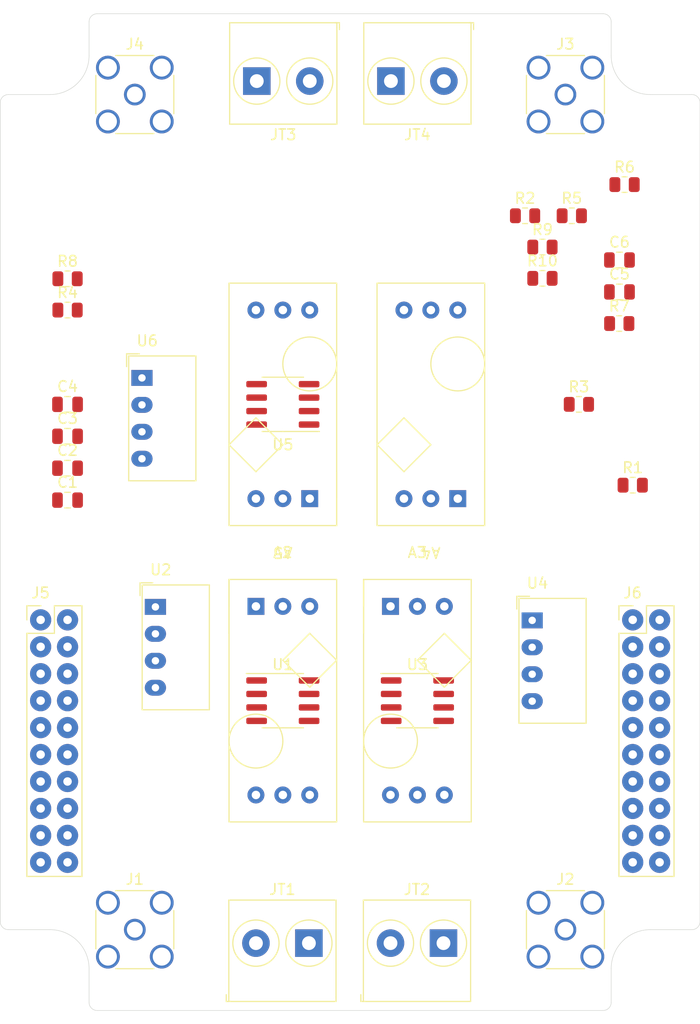
<source format=kicad_pcb>
(kicad_pcb (version 20211014) (generator pcbnew)
  (layers (0 "F.Cu" signal) (31 "B.Cu" signal) (34 "B.Paste" user) (35 "F.Paste" user) (36 "B.SilkS" user "B.Silkscreen") (37 "F.SilkS" user "F.Silkscreen") (38 "B.Mask" user) (39 "F.Mask" user) (44 "Edge.Cuts" user))
  (net 0 "")
  (net 1 "/SCL_1")
  (net 2 "/SDA_1")
  (net 3 "GND_ISO_1")
  (net 4 "+5V_ISO_1")
  (net 5 "Net-(A2-Pad5)")
  (net 6 "Net-(A2-Pad6)")
  (net 7 "/SCL_2")
  (net 8 "/SDA_2")
  (net 9 "GND_ISO_2")
  (net 10 "+5V_ISO_2")
  (net 11 "Net-(A3-Pad5)")
  (net 12 "Net-(A3-Pad6)")
  (net 13 "/SCL_3")
  (net 14 "/SDA_3")
  (net 15 "GND_ISO_3")
  (net 16 "+5V_ISO_3")
  (net 17 "Net-(A4-Pad5)")
  (net 18 "Net-(A4-Pad6)")
  (net 19 "Net-(A5-Pad5)")
  (net 20 "Net-(A5-Pad6)")
  (net 21 "GND")
  (net 22 "+5V")
  (net 48 "/SDA")
  (net 52 "/SCL")
  (footprint "Resistor_SMD:R_0805_2012Metric" (layer "F.Cu") (at 137.16 106.68)
    (fp_text reference "R3" (at 0 -1.65) (layer "F.SilkS"))
    (fp_text value "4.7k")
    (fp_line (start -0.227064 -0.735) (end 0.227064 -0.735) (layer "F.SilkS") (width 0.12))
    (fp_line (start -0.227064 0.735) (end 0.227064 0.735) (layer "F.SilkS") (width 0.12))
    (pad "1" smd roundrect (at -0.9125 0) (size 1.025 1.4) (layers "F.Cu" "F.Paste" "F.Mask") (roundrect_rratio 0.243902) (net 1 "/SCL_1"))
    (pad "2" smd roundrect (at 0.9125 0) (size 1.025 1.4) (layers "F.Cu" "F.Paste" "F.Mask") (roundrect_rratio 0.243902) (net 4 "+5V_ISO_1"))
  )
  (footprint "Resistor_SMD:R_0805_2012Metric" (layer "F.Cu") (at 140.97 99.06)
    (fp_text reference "R7" (at 0 -1.65) (layer "F.SilkS"))
    (fp_text value "4.7k")
    (fp_line (start -0.227064 0.735) (end 0.227064 0.735) (layer "F.SilkS") (width 0.12))
    (fp_line (start -0.227064 -0.735) (end 0.227064 -0.735) (layer "F.SilkS") (width 0.12))
    (pad "1" smd roundrect (at -0.9125 0) (size 1.025 1.4) (layers "F.Cu" "F.Paste" "F.Mask") (roundrect_rratio 0.243902) (net 7 "/SCL_2"))
    (pad "2" smd roundrect (at 0.9125 0) (size 1.025 1.4) (layers "F.Cu" "F.Paste" "F.Mask") (roundrect_rratio 0.243902) (net 10 "+5V_ISO_2"))
  )
  (footprint "Resistor_SMD:R_0805_2012Metric" (layer "F.Cu") (at 132.08 88.9)
    (fp_text reference "R2" (at 0 -1.65) (layer "F.SilkS"))
    (fp_text value "4.7k")
    (fp_line (start -0.227064 -0.735) (end 0.227064 -0.735) (layer "F.SilkS") (width 0.12))
    (fp_line (start -0.227064 0.735) (end 0.227064 0.735) (layer "F.SilkS") (width 0.12))
    (pad "1" smd roundrect (at -0.9125 0) (size 1.025 1.4) (layers "F.Cu" "F.Paste" "F.Mask") (roundrect_rratio 0.243902) (net 52 "/SCL"))
    (pad "2" smd roundrect (at 0.9125 0) (size 1.025 1.4) (layers "F.Cu" "F.Paste" "F.Mask") (roundrect_rratio 0.243902) (net 22 "+5V"))
  )
  (footprint "toolbox-mayfly:AtlasScientific_EZO" (layer "F.Cu") (at 121.92 125.73)
    (fp_text reference "A3" (at 0 -5.08 unlocked) (layer "F.SilkS"))
    (fp_text value "AtlasScientific_EZO")
    (fp_line (start 5.08 5.08) (end 2.54 2.54) (layer "F.SilkS") (width 0.12))
    (fp_line (start 0 5.08) (end 2.54 7.62) (layer "F.SilkS") (width 0.12))
    (fp_line (start 2.54 2.54) (end 0 5.08) (layer "F.SilkS") (width 0.12))
    (fp_line (start -5.08 -2.54) (end -5.08 2.54) (layer "F.SilkS") (width 0.12))
    (fp_line (start -5.08 -2.54) (end -5.08 0) (layer "F.SilkS") (width 0.12))
    (fp_line (start 2.54 7.62) (end 5.08 5.08) (layer "F.SilkS") (width 0.12))
    (fp_rect (start -5.08 -2.54) (end 5.08 20.32) (layer "F.SilkS") (width 0.12) (fill none))
    (fp_circle (center -2.54 12.7) (end 0 12.7) (layer "F.SilkS") (width 0.12) (fill none))
    (pad "1" thru_hole circle (at 2.54 0) (size 1.6 1.6) (drill 0.8) (layers *.Cu *.Mask) (net 7 "/SCL_2"))
    (pad "2" thru_hole circle (at 0 0) (size 1.6 1.6) (drill 0.8) (layers *.Cu *.Mask) (net 8 "/SDA_2"))
    (pad "3" thru_hole rect (at -2.54 0) (size 1.6 1.6) (drill 0.8) (layers *.Cu *.Mask) (net 9 "GND_ISO_2"))
    (pad "4" thru_hole circle (at -2.54 17.78) (size 1.6 1.6) (drill 0.8) (layers *.Cu *.Mask) (net 10 "+5V_ISO_2"))
    (pad "5" thru_hole circle (at 0 17.78) (size 1.6 1.6) (drill 0.8) (layers *.Cu *.Mask) (net 11 "Net-(A3-Pad5)"))
    (pad "6" thru_hole circle (at 2.54 17.78) (size 1.6 1.6) (drill 0.8) (layers *.Cu *.Mask) (net 12 "Net-(A3-Pad6)"))
  )
  (footprint "Package_SO:SOIC-8_3.9x4.9mm_P1.27mm" (layer "F.Cu") (at 109.22 106.68 180)
    (fp_text reference "U5" (at 0 -3.81) (layer "F.SilkS"))
    (fp_text value "ISO1540")
    (fp_line (start 0 -2.56) (end -3.45 -2.56) (layer "F.SilkS") (width 0.12))
    (fp_line (start 0 -2.56) (end 1.95 -2.56) (layer "F.SilkS") (width 0.12))
    (fp_line (start 0 2.56) (end -1.95 2.56) (layer "F.SilkS") (width 0.12))
    (fp_line (start 0 2.56) (end 1.95 2.56) (layer "F.SilkS") (width 0.12))
    (pad "1" smd roundrect (at -2.475 -1.905 180) (size 1.95 0.6) (layers "F.Cu" "F.Paste" "F.Mask") (net 22 "+5V"))
    (pad "2" smd roundrect (at -2.475 -0.635 180) (size 1.95 0.6) (layers "F.Cu" "F.Paste" "F.Mask") (net 48 "/SDA"))
    (pad "3" smd roundrect (at -2.475 0.635 180) (size 1.95 0.6) (layers "F.Cu" "F.Paste" "F.Mask") (net 52 "/SCL"))
    (pad "4" smd roundrect (at -2.475 1.905 180) (size 1.95 0.6) (layers "F.Cu" "F.Paste" "F.Mask") (net 21 "GND"))
    (pad "5" smd roundrect (at 2.475 1.905 180) (size 1.95 0.6) (layers "F.Cu" "F.Paste" "F.Mask") (net 15 "GND_ISO_3"))
    (pad "6" smd roundrect (at 2.475 0.635 180) (size 1.95 0.6) (layers "F.Cu" "F.Paste" "F.Mask") (net 13 "/SCL_3"))
    (pad "7" smd roundrect (at 2.475 -0.635 180) (size 1.95 0.6) (layers "F.Cu" "F.Paste" "F.Mask") (net 14 "/SDA_3"))
    (pad "8" smd roundrect (at 2.475 -1.905 180) (size 1.95 0.6) (layers "F.Cu" "F.Paste" "F.Mask") (net 16 "+5V_ISO_3"))
  )
  (footprint "toolbox-connector:SMA_Vertical" (layer "F.Cu") (at 95.25 77.47)
    (fp_text reference "J4" (at 0 -4.75) (layer "F.SilkS"))
    (fp_text value "Conn_Coaxial")
    (fp_line (start -1.8 -3.68) (end 1.8 -3.68) (layer "F.SilkS") (width 0.12))
    (fp_line (start -1.8 3.68) (end 1.8 3.68) (layer "F.SilkS") (width 0.12))
    (fp_line (start 3.68 -1.8) (end 3.68 1.8) (layer "F.SilkS") (width 0.12))
    (fp_line (start -3.68 -1.8) (end -3.68 1.8) (layer "F.SilkS") (width 0.12))
    (pad "1" thru_hole circle (at 0 0) (size 2.05 2.05) (drill 1.5) (layers *.Cu *.Mask) (net 19 "Net-(A5-Pad5)"))
    (pad "2" thru_hole circle (at -2.54 -2.54) (size 2.25 2.25) (drill 1.7) (layers *.Cu *.Mask) (net 20 "Net-(A5-Pad6)"))
    (pad "2" thru_hole circle (at 2.54 -2.54) (size 2.25 2.25) (drill 1.7) (layers *.Cu *.Mask) (net 20 "Net-(A5-Pad6)"))
    (pad "2" thru_hole circle (at -2.54 2.54) (size 2.25 2.25) (drill 1.7) (layers *.Cu *.Mask) (net 20 "Net-(A5-Pad6)"))
    (pad "2" thru_hole circle (at 2.54 2.54) (size 2.25 2.25) (drill 1.7) (layers *.Cu *.Mask) (net 20 "Net-(A5-Pad6)"))
  )
  (footprint "Package_SO:SOIC-8_3.9x4.9mm_P1.27mm" (layer "F.Cu") (at 109.22 134.62)
    (fp_text reference "U1" (at 0 -3.4) (layer "F.SilkS"))
    (fp_text value "ISO1540")
    (fp_line (start 0 2.56) (end 1.95 2.56) (layer "F.SilkS") (width 0.12))
    (fp_line (start 0 -2.56) (end 1.95 -2.56) (layer "F.SilkS") (width 0.12))
    (fp_line (start 0 -2.56) (end -3.45 -2.56) (layer "F.SilkS") (width 0.12))
    (fp_line (start 0 2.56) (end -1.95 2.56) (layer "F.SilkS") (width 0.12))
    (pad "1" smd roundrect (at -2.475 -1.905) (size 1.95 0.6) (layers "F.Cu" "F.Paste" "F.Mask") (net 22 "+5V"))
    (pad "2" smd roundrect (at -2.475 -0.635) (size 1.95 0.6) (layers "F.Cu" "F.Paste" "F.Mask") (net 48 "/SDA"))
    (pad "3" smd roundrect (at -2.475 0.635) (size 1.95 0.6) (layers "F.Cu" "F.Paste" "F.Mask") (net 52 "/SCL"))
    (pad "4" smd roundrect (at -2.475 1.905) (size 1.95 0.6) (layers "F.Cu" "F.Paste" "F.Mask") (net 21 "GND"))
    (pad "5" smd roundrect (at 2.475 1.905) (size 1.95 0.6) (layers "F.Cu" "F.Paste" "F.Mask") (net 3 "GND_ISO_1"))
    (pad "6" smd roundrect (at 2.475 0.635) (size 1.95 0.6) (layers "F.Cu" "F.Paste" "F.Mask") (net 1 "/SCL_1"))
    (pad "7" smd roundrect (at 2.475 -0.635) (size 1.95 0.6) (layers "F.Cu" "F.Paste" "F.Mask") (net 2 "/SDA_1"))
    (pad "8" smd roundrect (at 2.475 -1.905) (size 1.95 0.6) (layers "F.Cu" "F.Paste" "F.Mask") (net 4 "+5V_ISO_1"))
  )
  (footprint "toolbox-connector:TerminalBlock_Phoenix_PT-1,5-2-5.0-H_1x02_P5.00mm_Vertical" (layer "F.Cu") (at 106.68 157.48)
    (fp_text reference "JT1" (at 2.5 -5.06) (layer "F.SilkS"))
    (fp_text value "Screw_Terminal_01x02")
    (fp_line (start 7.56 -4.06) (end 7.56 5.06) (layer "F.SilkS") (width 0.12))
    (fp_line (start 7.56 5.06) (end 7.56 5.5) (layer "F.SilkS") (width 0.12))
    (fp_line (start -2.8 5.5) (end -2.4 5.5) (layer "F.SilkS") (width 0.12))
    (fp_line (start -2.56 -4.06) (end -2.56 5.06) (layer "F.SilkS") (width 0.12))
    (fp_line (start -2.56 5.06) (end -2.56 5.5) (layer "F.SilkS") (width 0.12))
    (fp_line (start -2.56 5.5) (end 7.56 5.5) (layer "F.SilkS") (width 0.12))
    (fp_line (start -2.8 4.86) (end -2.8 5.5) (layer "F.SilkS") (width 0.12))
    (fp_line (start -2.56 -4.06) (end 7.56 -4.06) (layer "F.SilkS") (width 0.12))
    (fp_circle (center 0 0) (end 2.18 0) (layer "F.SilkS") (width 0.12) (fill none))
    (fp_circle (center 5 0) (end 7.18 0) (layer "F.SilkS") (width 0.12) (fill none))
    (pad "1" thru_hole circle (at 0 0) (size 2.6 2.6) (drill 1.3) (layers *.Cu *.Mask) (net 5 "Net-(A2-Pad5)"))
    (pad "2" thru_hole rect (at 5 0) (size 2.6 2.6) (drill 1.3) (layers *.Cu *.Mask) (net 6 "Net-(A2-Pad6)"))
  )
  (footprint "toolbox-connector:SMA_Vertical" (layer "F.Cu") (at 135.89 77.47)
    (fp_text reference "J3" (at 0 -4.75) (layer "F.SilkS"))
    (fp_text value "Conn_Coaxial")
    (fp_line (start -3.68 -1.8) (end -3.68 1.8) (layer "F.SilkS") (width 0.12))
    (fp_line (start 3.68 -1.8) (end 3.68 1.8) (layer "F.SilkS") (width 0.12))
    (fp_line (start -1.8 -3.68) (end 1.8 -3.68) (layer "F.SilkS") (width 0.12))
    (fp_line (start -1.8 3.68) (end 1.8 3.68) (layer "F.SilkS") (width 0.12))
    (pad "1" thru_hole circle (at 0 0) (size 2.05 2.05) (drill 1.5) (layers *.Cu *.Mask) (net 17 "Net-(A4-Pad5)"))
    (pad "2" thru_hole circle (at -2.54 2.54) (size 2.25 2.25) (drill 1.7) (layers *.Cu *.Mask) (net 18 "Net-(A4-Pad6)"))
    (pad "2" thru_hole circle (at 2.54 -2.54) (size 2.25 2.25) (drill 1.7) (layers *.Cu *.Mask) (net 18 "Net-(A4-Pad6)"))
    (pad "2" thru_hole circle (at -2.54 -2.54) (size 2.25 2.25) (drill 1.7) (layers *.Cu *.Mask) (net 18 "Net-(A4-Pad6)"))
    (pad "2" thru_hole circle (at 2.54 2.54) (size 2.25 2.25) (drill 1.7) (layers *.Cu *.Mask) (net 18 "Net-(A4-Pad6)"))
  )
  (footprint "toolbox-mayfly:AtlasScientific_EZO" (layer "F.Cu") (at 109.22 115.57 180)
    (fp_text reference "A5" (at 0 -5.08 180 unlocked) (layer "F.SilkS"))
    (fp_text value "AtlasScientific_EZO")
    (fp_line (start 5.08 5.08) (end 2.54 2.54) (layer "F.SilkS") (width 0.12))
    (fp_line (start 2.54 2.54) (end 0 5.08) (layer "F.SilkS") (width 0.12))
    (fp_line (start 2.54 7.62) (end 5.08 5.08) (layer "F.SilkS") (width 0.12))
    (fp_line (start 0 5.08) (end 2.54 7.62) (layer "F.SilkS") (width 0.12))
    (fp_line (start -5.08 -2.54) (end -5.08 0) (layer "F.SilkS") (width 0.12))
    (fp_line (start -5.08 -2.54) (end -5.08 2.54) (layer "F.SilkS") (width 0.12))
    (fp_rect (start -5.08 -2.54) (end 5.08 20.32) (layer "F.SilkS") (width 0.12) (fill none))
    (fp_circle (center -2.54 12.7) (end 0 12.7) (layer "F.SilkS") (width 0.12) (fill none))
    (pad "1" thru_hole circle (at 2.54 0 180) (size 1.6 1.6) (drill 0.8) (layers *.Cu *.Mask) (net 13 "/SCL_3"))
    (pad "2" thru_hole circle (at 0 0 180) (size 1.6 1.6) (drill 0.8) (layers *.Cu *.Mask) (net 14 "/SDA_3"))
    (pad "3" thru_hole rect (at -2.54 0 180) (size 1.6 1.6) (drill 0.8) (layers *.Cu *.Mask) (net 15 "GND_ISO_3"))
    (pad "4" thru_hole circle (at -2.54 17.78 180) (size 1.6 1.6) (drill 0.8) (layers *.Cu *.Mask) (net 16 "+5V_ISO_3"))
    (pad "5" thru_hole circle (at 0 17.78 180) (size 1.6 1.6) (drill 0.8) (layers *.Cu *.Mask) (net 19 "Net-(A5-Pad5)"))
    (pad "6" thru_hole circle (at 2.54 17.78 180) (size 1.6 1.6) (drill 0.8) (layers *.Cu *.Mask) (net 20 "Net-(A5-Pad6)"))
  )
  (footprint "Resistor_SMD:R_0805_2012Metric" (layer "F.Cu") (at 133.72 94.8)
    (fp_text reference "R10" (at 0 -1.65) (layer "F.SilkS"))
    (fp_text value "4.7k")
    (fp_line (start -0.227064 0.735) (end 0.227064 0.735) (layer "F.SilkS") (width 0.12))
    (fp_line (start -0.227064 -0.735) (end 0.227064 -0.735) (layer "F.SilkS") (width 0.12))
    (pad "1" smd roundrect (at -0.9125 0) (size 1.025 1.4) (layers "F.Cu" "F.Paste" "F.Mask") (roundrect_rratio 0.243902) (net 14 "/SDA_3"))
    (pad "2" smd roundrect (at 0.9125 0) (size 1.025 1.4) (layers "F.Cu" "F.Paste" "F.Mask") (roundrect_rratio 0.243902) (net 16 "+5V_ISO_3"))
  )
  (footprint "Capacitor_SMD:C_0805_2012Metric" (layer "F.Cu") (at 140.99 96.08)
    (fp_text reference "C5" (at 0 -1.68) (layer "F.SilkS"))
    (fp_text value "4.7u")
    (fp_line (start -0.261252 0.735) (end 0.261252 0.735) (layer "F.SilkS") (width 0.12))
    (fp_line (start -0.261252 -0.735) (end 0.261252 -0.735) (layer "F.SilkS") (width 0.12))
    (pad "1" smd roundrect (at -0.95 0) (size 1 1.45) (layers "F.Cu" "F.Paste" "F.Mask") (net 21 "GND"))
    (pad "2" smd roundrect (at 0.95 0) (size 1 1.45) (layers "F.Cu" "F.Paste" "F.Mask") (net 22 "+5V"))
  )
  (footprint "Capacitor_SMD:C_0805_2012Metric" (layer "F.Cu") (at 140.99 93.07)
    (fp_text reference "C6" (at 0 -1.68) (layer "F.SilkS"))
    (fp_text value "4.7u")
    (fp_line (start -0.261252 0.735) (end 0.261252 0.735) (layer "F.SilkS") (width 0.12))
    (fp_line (start -0.261252 -0.735) (end 0.261252 -0.735) (layer "F.SilkS") (width 0.12))
    (pad "1" smd roundrect (at -0.95 0) (size 1 1.45) (layers "F.Cu" "F.Paste" "F.Mask") (net 16 "+5V_ISO_3"))
    (pad "2" smd roundrect (at 0.95 0) (size 1 1.45) (layers "F.Cu" "F.Paste" "F.Mask") (net 15 "GND_ISO_3"))
  )
  (footprint "toolbox-mayfly:Mayfly_v1_Headers" (layer "F.Cu") (at 142.24 127)
    (fp_text reference "J6" (at 0 -2.54 unlocked) (layer "F.SilkS"))
    (fp_text value "Conn_02x10_Counter_Clockwise")
    (fp_line (start -1.3 24.19) (end 3.9 24.19) (layer "F.SilkS") (width 0.12))
    (fp_line (start -1.3 -1.33) (end 0.03 -1.33) (layer "F.SilkS") (width 0.12))
    (fp_line (start 1.3 -1.33) (end 3.9 -1.33) (layer "F.SilkS") (width 0.12))
    (fp_line (start -1.3 0) (end -1.3 -1.33) (layer "F.SilkS") (width 0.12))
    (fp_line (start 3.9 -1.33) (end 3.9 24.19) (layer "F.SilkS") (width 0.12))
    (fp_line (start 1.3 1.27) (end 1.3 -1.33) (layer "F.SilkS") (width 0.12))
    (fp_line (start -1.3 1.27) (end 1.3 1.27) (layer "F.SilkS") (width 0.12))
    (fp_line (start -1.3 1.27) (end -1.3 24.19) (layer "F.SilkS") (width 0.12))
    (pad "1" thru_hole circle (at 0 0) (size 2 2) (drill 0.8) (layers *.Cu *.Mask))
    (pad "2" thru_hole circle (at 0 2.54) (size 2 2) (drill 0.8) (layers *.Cu *.Mask))
    (pad "3" thru_hole circle (at 0 5.08) (size 2 2) (drill 0.8) (layers *.Cu *.Mask))
    (pad "4" thru_hole circle (at 0 7.62) (size 2 2) (drill 0.8) (layers *.Cu *.Mask))
    (pad "5" thru_hole circle (at 0 10.16) (size 2 2) (drill 0.8) (layers *.Cu *.Mask))
    (pad "6" thru_hole circle (at 0 12.7) (size 2 2) (drill 0.8) (layers *.Cu *.Mask))
    (pad "7" thru_hole circle (at 0 15.24) (size 2 2) (drill 0.8) (layers *.Cu *.Mask))
    (pad "8" thru_hole circle (at 0 17.78) (size 2 2) (drill 0.8) (layers *.Cu *.Mask) (net 48 "/SDA"))
    (pad "9" thru_hole circle (at 0 20.32) (size 2 2) (drill 0.8) (layers *.Cu *.Mask))
    (pad "10" thru_hole circle (at 0 22.86) (size 2 2) (drill 0.8) (layers *.Cu *.Mask))
    (pad "11" thru_hole circle (at 2.54 22.86) (size 2 2) (drill 0.8) (layers *.Cu *.Mask) (net 22 "+5V"))
    (pad "12" thru_hole circle (at 2.54 20.32) (size 2 2) (drill 0.8) (layers *.Cu *.Mask))
    (pad "13" thru_hole circle (at 2.54 17.78) (size 2 2) (drill 0.8) (layers *.Cu *.Mask) (net 52 "/SCL"))
    (pad "14" thru_hole circle (at 2.54 15.24) (size 2 2) (drill 0.8) (layers *.Cu *.Mask))
    (pad "15" thru_hole circle (at 2.54 12.7) (size 2 2) (drill 0.8) (layers *.Cu *.Mask))
    (pad "16" thru_hole circle (at 2.54 10.16) (size 2 2) (drill 0.8) (layers *.Cu *.Mask))
    (pad "17" thru_hole circle (at 2.54 7.62) (size 2 2) (drill 0.8) (layers *.Cu *.Mask))
    (pad "18" thru_hole circle (at 2.54 5.08) (size 2 2) (drill 0.8) (layers *.Cu *.Mask))
    (pad "19" thru_hole circle (at 2.54 2.54) (size 2 2) (drill 0.8) (layers *.Cu *.Mask))
    (pad "20" thru_hole circle (at 2.54 0) (size 2 2) (drill 0.8) (layers *.Cu *.Mask) (net 21 "GND"))
  )
  (footprint "Capacitor_SMD:C_0805_2012Metric" (layer "F.Cu") (at 88.9 112.7)
    (fp_text reference "C2" (at 0 -1.68) (layer "F.SilkS"))
    (fp_text value "4.7u")
    (fp_line (start -0.261252 0.735) (end 0.261252 0.735) (layer "F.SilkS") (width 0.12))
    (fp_line (start -0.261252 -0.735) (end 0.261252 -0.735) (layer "F.SilkS") (width 0.12))
    (pad "1" smd roundrect (at -0.95 0) (size 1 1.45) (layers "F.Cu" "F.Paste" "F.Mask") (net 4 "+5V_ISO_1"))
    (pad "2" smd roundrect (at 0.95 0) (size 1 1.45) (layers "F.Cu" "F.Paste" "F.Mask") (net 3 "GND_ISO_1"))
  )
  (footprint "Converter_DCDC:Converter_DCDC_Murata_CRE1xxxxxxSC_THT" (layer "F.Cu") (at 97.1925 125.7775)
    (fp_text reference "U2" (at 0.5 -3.5 180) (layer "F.SilkS"))
    (fp_text value "CRE1S0505SC")
    (fp_line (start 5.09 -2.07) (end 5.09 9.7) (layer "F.SilkS") (width 0.12))
    (fp_line (start 5.09 9.7) (end -1.25 9.7) (layer "F.SilkS") (width 0.12))
    (fp_line (start -1.45 -2.27) (end -1.45 -1.07) (layer "F.SilkS") (width 0.12))
    (fp_line (start -0.25 -2.27) (end -1.45 -2.27) (layer "F.SilkS") (width 0.12))
    (fp_line (start 5.09 -2.07) (end -1.25 -2.07) (layer "F.SilkS") (width 0.12))
    (fp_line (start -1.25 -2.07) (end -1.25 9.7) (layer "F.SilkS") (width 0.12))
    (pad "1" thru_hole rect (at 0 0 270) (size 1.5 2) (drill 0.7) (layers *.Cu *.Mask) (net 21 "GND"))
    (pad "2" thru_hole oval (at 0 2.54 270) (size 1.5 2) (drill 0.7) (layers *.Cu *.Mask) (net 22 "+5V"))
    (pad "3" thru_hole oval (at 0 5.08 270) (size 1.5 2) (drill 0.7) (layers *.Cu *.Mask) (net 3 "GND_ISO_1"))
    (pad "4" thru_hole oval (at 0 7.62 270) (size 1.5 2) (drill 0.7) (layers *.Cu *.Mask) (net 4 "+5V_ISO_1"))
  )
  (footprint "Resistor_SMD:R_0805_2012Metric" (layer "F.Cu") (at 88.9 97.79)
    (fp_text reference "R4" (at 0 -1.65) (layer "F.SilkS"))
    (fp_text value "4.7k")
    (fp_line (start -0.227064 -0.735) (end 0.227064 -0.735) (layer "F.SilkS") (width 0.12))
    (fp_line (start -0.227064 0.735) (end 0.227064 0.735) (layer "F.SilkS") (width 0.12))
    (pad "1" smd roundrect (at -0.9125 0) (size 1.025 1.4) (layers "F.Cu" "F.Paste" "F.Mask") (roundrect_rratio 0.243902) (net 2 "/SDA_1"))
    (pad "2" smd roundrect (at 0.9125 0) (size 1.025 1.4) (layers "F.Cu" "F.Paste" "F.Mask") (roundrect_rratio 0.243902) (net 4 "+5V_ISO_1"))
  )
  (footprint "Resistor_SMD:R_0805_2012Metric" (layer "F.Cu") (at 142.24 114.3)
    (fp_text reference "R1" (at 0 -1.65) (layer "F.SilkS"))
    (fp_text value "4.7k")
    (fp_line (start -0.227064 0.735) (end 0.227064 0.735) (layer "F.SilkS") (width 0.12))
    (fp_line (start -0.227064 -0.735) (end 0.227064 -0.735) (layer "F.SilkS") (width 0.12))
    (pad "1" smd roundrect (at -0.9125 0) (size 1.025 1.4) (layers "F.Cu" "F.Paste" "F.Mask") (roundrect_rratio 0.243902) (net 48 "/SDA"))
    (pad "2" smd roundrect (at 0.9125 0) (size 1.025 1.4) (layers "F.Cu" "F.Paste" "F.Mask") (roundrect_rratio 0.243902) (net 22 "+5V"))
  )
  (footprint "toolbox-mayfly:AtlasScientific_EZO" (layer "F.Cu") (at 109.22 125.73)
    (fp_text reference "A2" (at 0 -5.08 unlocked) (layer "F.SilkS"))
    (fp_text value "AtlasScientific_EZO")
    (fp_line (start 5.08 5.08) (end 2.54 2.54) (layer "F.SilkS") (width 0.12))
    (fp_line (start 0 5.08) (end 2.54 7.62) (layer "F.SilkS") (width 0.12))
    (fp_line (start -5.08 -2.54) (end -5.08 0) (layer "F.SilkS") (width 0.12))
    (fp_line (start 2.54 7.62) (end 5.08 5.08) (layer "F.SilkS") (width 0.12))
    (fp_line (start -5.08 -2.54) (end -5.08 2.54) (layer "F.SilkS") (width 0.12))
    (fp_line (start 2.54 2.54) (end 0 5.08) (layer "F.SilkS") (width 0.12))
    (fp_rect (start -5.08 -2.54) (end 5.08 20.32) (layer "F.SilkS") (width 0.12) (fill none))
    (fp_circle (center -2.54 12.7) (end 0 12.7) (layer "F.SilkS") (width 0.12) (fill none))
    (pad "1" thru_hole circle (at 2.54 0) (size 1.6 1.6) (drill 0.8) (layers *.Cu *.Mask) (net 1 "/SCL_1"))
    (pad "2" thru_hole circle (at 0 0) (size 1.6 1.6) (drill 0.8) (layers *.Cu *.Mask) (net 2 "/SDA_1"))
    (pad "3" thru_hole rect (at -2.54 0) (size 1.6 1.6) (drill 0.8) (layers *.Cu *.Mask) (net 3 "GND_ISO_1"))
    (pad "4" thru_hole circle (at -2.54 17.78) (size 1.6 1.6) (drill 0.8) (layers *.Cu *.Mask) (net 4 "+5V_ISO_1"))
    (pad "5" thru_hole circle (at 0 17.78) (size 1.6 1.6) (drill 0.8) (layers *.Cu *.Mask) (net 5 "Net-(A2-Pad5)"))
    (pad "6" thru_hole circle (at 2.54 17.78) (size 1.6 1.6) (drill 0.8) (layers *.Cu *.Mask) (net 6 "Net-(A2-Pad6)"))
  )
  (footprint "Capacitor_SMD:C_0805_2012Metric" (layer "F.Cu") (at 88.9 109.69)
    (fp_text reference "C3" (at 0 -1.68) (layer "F.SilkS"))
    (fp_text value "4.7u")
    (fp_line (start -0.261252 -0.735) (end 0.261252 -0.735) (layer "F.SilkS") (width 0.12))
    (fp_line (start -0.261252 0.735) (end 0.261252 0.735) (layer "F.SilkS") (width 0.12))
    (pad "1" smd roundrect (at -0.95 0) (size 1 1.45) (layers "F.Cu" "F.Paste" "F.Mask") (net 21 "GND"))
    (pad "2" smd roundrect (at 0.95 0) (size 1 1.45) (layers "F.Cu" "F.Paste" "F.Mask") (net 22 "+5V"))
  )
  (footprint "Converter_DCDC:Converter_DCDC_Murata_CRE1xxxxxxSC_THT" (layer "F.Cu") (at 132.7525 127.0475)
    (fp_text reference "U4" (at 0.5 -3.5 180) (layer "F.SilkS"))
    (fp_text value "CRE1S0505SC")
    (fp_line (start 5.09 9.7) (end -1.25 9.7) (layer "F.SilkS") (width 0.12))
    (fp_line (start -1.45 -2.27) (end -1.45 -1.07) (layer "F.SilkS") (width 0.12))
    (fp_line (start -0.25 -2.27) (end -1.45 -2.27) (layer "F.SilkS") (width 0.12))
    (fp_line (start 5.09 -2.07) (end -1.25 -2.07) (layer "F.SilkS") (width 0.12))
    (fp_line (start 5.09 -2.07) (end 5.09 9.7) (layer "F.SilkS") (width 0.12))
    (fp_line (start -1.25 -2.07) (end -1.25 9.7) (layer "F.SilkS") (width 0.12))
    (pad "1" thru_hole rect (at 0 0 270) (size 1.5 2) (drill 0.7) (layers *.Cu *.Mask) (net 21 "GND"))
    (pad "2" thru_hole oval (at 0 2.54 270) (size 1.5 2) (drill 0.7) (layers *.Cu *.Mask) (net 22 "+5V"))
    (pad "3" thru_hole oval (at 0 5.08 270) (size 1.5 2) (drill 0.7) (layers *.Cu *.Mask) (net 9 "GND_ISO_2"))
    (pad "4" thru_hole oval (at 0 7.62 270) (size 1.5 2) (drill 0.7) (layers *.Cu *.Mask) (net 10 "+5V_ISO_2"))
  )
  (footprint "toolbox-mayfly:Mayfly_v1_Headers" (layer "F.Cu") (at 86.36 127)
    (fp_text reference "J5" (at 0 -2.54 unlocked) (layer "F.SilkS"))
    (fp_text value "Conn_02x10_Counter_Clockwise")
    (fp_line (start -1.3 0) (end -1.3 -1.33) (layer "F.SilkS") (width 0.12))
    (fp_line (start -1.3 1.27) (end -1.3 24.19) (layer "F.SilkS") (width 0.12))
    (fp_line (start -1.3 24.19) (end 3.9 24.19) (layer "F.SilkS") (width 0.12))
    (fp_line (start 1.3 -1.33) (end 3.9 -1.33) (layer "F.SilkS") (width 0.12))
    (fp_line (start -1.3 1.27) (end 1.3 1.27) (layer "F.SilkS") (width 0.12))
    (fp_line (start -1.3 -1.33) (end 0.03 -1.33) (layer "F.SilkS") (width 0.12))
    (fp_line (start 3.9 -1.33) (end 3.9 24.19) (layer "F.SilkS") (width 0.12))
    (fp_line (start 1.3 1.27) (end 1.3 -1.33) (layer "F.SilkS") (width 0.12))
    (pad "1" thru_hole circle (at 0 0) (size 2 2) (drill 0.8) (layers *.Cu *.Mask))
    (pad "2" thru_hole circle (at 0 2.54) (size 2 2) (drill 0.8) (layers *.Cu *.Mask))
    (pad "3" thru_hole circle (at 0 5.08) (size 2 2) (drill 0.8) (layers *.Cu *.Mask))
    (pad "4" thru_hole circle (at 0 7.62) (size 2 2) (drill 0.8) (layers *.Cu *.Mask))
    (pad "5" thru_hole circle (at 0 10.16) (size 2 2) (drill 0.8) (layers *.Cu *.Mask))
    (pad "6" thru_hole circle (at 0 12.7) (size 2 2) (drill 0.8) (layers *.Cu *.Mask))
    (pad "7" thru_hole circle (at 0 15.24) (size 2 2) (drill 0.8) (layers *.Cu *.Mask))
    (pad "8" thru_hole circle (at 0 17.78) (size 2 2) (drill 0.8) (layers *.Cu *.Mask))
    (pad "9" thru_hole circle (at 0 20.32) (size 2 2) (drill 0.8) (layers *.Cu *.Mask))
    (pad "10" thru_hole circle (at 0 22.86) (size 2 2) (drill 0.8) (layers *.Cu *.Mask))
    (pad "11" thru_hole circle (at 2.54 22.86) (size 2 2) (drill 0.8) (layers *.Cu *.Mask) (net 22 "+5V"))
    (pad "12" thru_hole circle (at 2.54 20.32) (size 2 2) (drill 0.8) (layers *.Cu *.Mask))
    (pad "13" thru_hole circle (at 2.54 17.78) (size 2 2) (drill 0.8) (layers *.Cu *.Mask))
    (pad "14" thru_hole circle (at 2.54 15.24) (size 2 2) (drill 0.8) (layers *.Cu *.Mask))
    (pad "15" thru_hole circle (at 2.54 12.7) (size 2 2) (drill 0.8) (layers *.Cu *.Mask))
    (pad "16" thru_hole circle (at 2.54 10.16) (size 2 2) (drill 0.8) (layers *.Cu *.Mask))
    (pad "17" thru_hole circle (at 2.54 7.62) (size 2 2) (drill 0.8) (layers *.Cu *.Mask))
    (pad "18" thru_hole circle (at 2.54 5.08) (size 2 2) (drill 0.8) (layers *.Cu *.Mask))
    (pad "19" thru_hole circle (at 2.54 2.54) (size 2 2) (drill 0.8) (layers *.Cu *.Mask))
    (pad "20" thru_hole circle (at 2.54 0) (size 2 2) (drill 0.8) (layers *.Cu *.Mask) (net 21 "GND"))
  )
  (footprint "toolbox-connector:TerminalBlock_Phoenix_PT-1,5-2-5.0-H_1x02_P5.00mm_Vertical" (layer "F.Cu") (at 119.38 157.48)
    (fp_text reference "JT2" (at 2.5 -5.06) (layer "F.SilkS"))
    (fp_text value "Screw_Terminal_01x02")
    (fp_line (start -2.56 -4.06) (end 7.56 -4.06) (layer "F.SilkS") (width 0.12))
    (fp_line (start -2.8 5.5) (end -2.4 5.5) (layer "F.SilkS") (width 0.12))
    (fp_line (start 7.56 5.06) (end 7.56 5.5) (layer "F.SilkS") (width 0.12))
    (fp_line (start 7.56 -4.06) (end 7.56 5.06) (layer "F.SilkS") (width 0.12))
    (fp_line (start -2.56 5.06) (end -2.56 5.5) (layer "F.SilkS") (width 0.12))
    (fp_line (start -2.56 -4.06) (end -2.56 5.06) (layer "F.SilkS") (width 0.12))
    (fp_line (start -2.8 4.86) (end -2.8 5.5) (layer "F.SilkS") (width 0.12))
    (fp_line (start -2.56 5.5) (end 7.56 5.5) (layer "F.SilkS") (width 0.12))
    (fp_circle (center 0 0) (end 2.18 0) (layer "F.SilkS") (width 0.12) (fill none))
    (fp_circle (center 5 0) (end 7.18 0) (layer "F.SilkS") (width 0.12) (fill none))
    (pad "1" thru_hole circle (at 0 0) (size 2.6 2.6) (drill 1.3) (layers *.Cu *.Mask) (net 11 "Net-(A3-Pad5)"))
    (pad "2" thru_hole rect (at 5 0) (size 2.6 2.6) (drill 1.3) (layers *.Cu *.Mask) (net 12 "Net-(A3-Pad6)"))
  )
  (footprint "Capacitor_SMD:C_0805_2012Metric" (layer "F.Cu") (at 88.9 106.68)
    (fp_text reference "C4" (at 0 -1.68) (layer "F.SilkS"))
    (fp_text value "4.7u")
    (fp_line (start -0.261252 0.735) (end 0.261252 0.735) (layer "F.SilkS") (width 0.12))
    (fp_line (start -0.261252 -0.735) (end 0.261252 -0.735) (layer "F.SilkS") (width 0.12))
    (pad "1" smd roundrect (at -0.95 0) (size 1 1.45) (layers "F.Cu" "F.Paste" "F.Mask") (net 10 "+5V_ISO_2"))
    (pad "2" smd roundrect (at 0.95 0) (size 1 1.45) (layers "F.Cu" "F.Paste" "F.Mask") (net 9 "GND_ISO_2"))
  )
  (footprint "toolbox-connector:TerminalBlock_Phoenix_PT-1,5-2-5.0-H_1x02_P5.00mm_Vertical" (layer "F.Cu") (at 111.76 76.2 180)
    (fp_text reference "JT3" (at 2.5 -5.06) (layer "F.SilkS"))
    (fp_text value "Screw_Terminal_01x02")
    (fp_line (start -2.56 -4.06) (end -2.56 5.06) (layer "F.SilkS") (width 0.12))
    (fp_line (start 7.56 5.06) (end 7.56 5.5) (layer "F.SilkS") (width 0.12))
    (fp_line (start 7.56 -4.06) (end 7.56 5.06) (layer "F.SilkS") (width 0.12))
    (fp_line (start -2.8 5.5) (end -2.4 5.5) (layer "F.SilkS") (width 0.12))
    (fp_line (start -2.8 4.86) (end -2.8 5.5) (layer "F.SilkS") (width 0.12))
    (fp_line (start -2.56 5.5) (end 7.56 5.5) (layer "F.SilkS") (width 0.12))
    (fp_line (start -2.56 5.06) (end -2.56 5.5) (layer "F.SilkS") (width 0.12))
    (fp_line (start -2.56 -4.06) (end 7.56 -4.06) (layer "F.SilkS") (width 0.12))
    (fp_circle (center 5 0) (end 7.18 0) (layer "F.SilkS") (width 0.12) (fill none))
    (fp_circle (center 0 0) (end 2.18 0) (layer "F.SilkS") (width 0.12) (fill none))
    (pad "1" thru_hole circle (at 0 0 180) (size 2.6 2.6) (drill 1.3) (layers *.Cu *.Mask) (net 17 "Net-(A4-Pad5)"))
    (pad "2" thru_hole rect (at 5 0 180) (size 2.6 2.6) (drill 1.3) (layers *.Cu *.Mask) (net 18 "Net-(A4-Pad6)"))
  )
  (footprint "toolbox-mayfly:AtlasScientific_EZO" (layer "F.Cu") (at 123.19 115.57 180)
    (fp_text reference "A4" (at 0 -5.08 180 unlocked) (layer "F.SilkS"))
    (fp_text value "AtlasScientific_EZO")
    (fp_line (start 2.54 2.54) (end 0 5.08) (layer "F.SilkS") (width 0.12))
    (fp_line (start -5.08 -2.54) (end -5.08 2.54) (layer "F.SilkS") (width 0.12))
    (fp_line (start 5.08 5.08) (end 2.54 2.54) (layer "F.SilkS") (width 0.12))
    (fp_line (start -5.08 -2.54) (end -5.08 0) (layer "F.SilkS") (width 0.12))
    (fp_line (start 2.54 7.62) (end 5.08 5.08) (layer "F.SilkS") (width 0.12))
    (fp_line (start 0 5.08) (end 2.54 7.62) (layer "F.SilkS") (width 0.12))
    (fp_rect (start -5.08 -2.54) (end 5.08 20.32) (layer "F.SilkS") (width 0.12) (fill none))
    (fp_circle (center -2.54 12.7) (end 0 12.7) (layer "F.SilkS") (width 0.12) (fill none))
    (pad "1" thru_hole circle (at 2.54 0 180) (size 1.6 1.6) (drill 0.8) (layers *.Cu *.Mask) (net 13 "/SCL_3"))
    (pad "2" thru_hole circle (at 0 0 180) (size 1.6 1.6) (drill 0.8) (layers *.Cu *.Mask) (net 14 "/SDA_3"))
    (pad "3" thru_hole rect (at -2.54 0 180) (size 1.6 1.6) (drill 0.8) (layers *.Cu *.Mask) (net 15 "GND_ISO_3"))
    (pad "4" thru_hole circle (at -2.54 17.78 180) (size 1.6 1.6) (drill 0.8) (layers *.Cu *.Mask) (net 16 "+5V_ISO_3"))
    (pad "5" thru_hole circle (at 0 17.78 180) (size 1.6 1.6) (drill 0.8) (layers *.Cu *.Mask) (net 17 "Net-(A4-Pad5)"))
    (pad "6" thru_hole circle (at 2.54 17.78 180) (size 1.6 1.6) (drill 0.8) (layers *.Cu *.Mask) (net 18 "Net-(A4-Pad6)"))
  )
  (footprint "Resistor_SMD:R_0805_2012Metric" (layer "F.Cu") (at 136.49 88.9)
    (fp_text reference "R5" (at 0 -1.65) (layer "F.SilkS"))
    (fp_text value "4.7k")
    (fp_line (start -0.227064 0.735) (end 0.227064 0.735) (layer "F.SilkS") (width 0.12))
    (fp_line (start -0.227064 -0.735) (end 0.227064 -0.735) (layer "F.SilkS") (width 0.12))
    (pad "1" smd roundrect (at -0.9125 0) (size 1.025 1.4) (layers "F.Cu" "F.Paste" "F.Mask") (roundrect_rratio 0.243902) (net 4 "+5V_ISO_1"))
    (pad "2" smd roundrect (at 0.9125 0) (size 1.025 1.4) (layers "F.Cu" "F.Paste" "F.Mask") (roundrect_rratio 0.243902) (net 2 "/SDA_1"))
  )
  (footprint "Converter_DCDC:Converter_DCDC_Murata_CRE1xxxxxxSC_THT" (layer "F.Cu") (at 95.9225 104.1875)
    (fp_text reference "U6" (at 0.5 -3.5 180) (layer "F.SilkS"))
    (fp_text value "CRE1S0505SC")
    (fp_line (start 5.09 -2.07) (end -1.25 -2.07) (layer "F.SilkS") (width 0.12))
    (fp_line (start 5.09 9.7) (end -1.25 9.7) (layer "F.SilkS") (width 0.12))
    (fp_line (start 5.09 -2.07) (end 5.09 9.7) (layer "F.SilkS") (width 0.12))
    (fp_line (start -1.25 -2.07) (end -1.25 9.7) (layer "F.SilkS") (width 0.12))
    (fp_line (start -0.25 -2.27) (end -1.45 -2.27) (layer "F.SilkS") (width 0.12))
    (fp_line (start -1.45 -2.27) (end -1.45 -1.07) (layer "F.SilkS") (width 0.12))
    (pad "1" thru_hole rect (at 0 0 270) (size 1.5 2) (drill 0.7) (layers *.Cu *.Mask) (net 21 "GND"))
    (pad "2" thru_hole oval (at 0 2.54 270) (size 1.5 2) (drill 0.7) (layers *.Cu *.Mask) (net 22 "+5V"))
    (pad "3" thru_hole oval (at 0 5.08 270) (size 1.5 2) (drill 0.7) (layers *.Cu *.Mask) (net 15 "GND_ISO_3"))
    (pad "4" thru_hole oval (at 0 7.62 270) (size 1.5 2) (drill 0.7) (layers *.Cu *.Mask) (net 16 "+5V_ISO_3"))
  )
  (footprint "toolbox-connector:TerminalBlock_Phoenix_PT-1,5-2-5.0-H_1x02_P5.00mm_Vertical" (layer "F.Cu") (at 124.42 76.2 180)
    (fp_text reference "JT4" (at 2.5 -5.06) (layer "F.SilkS"))
    (fp_text value "Screw_Terminal_01x02")
    (fp_line (start -2.8 5.5) (end -2.4 5.5) (layer "F.SilkS") (width 0.12))
    (fp_line (start -2.56 5.06) (end -2.56 5.5) (layer "F.SilkS") (width 0.12))
    (fp_line (start 7.56 5.06) (end 7.56 5.5) (layer "F.SilkS") (width 0.12))
    (fp_line (start -2.56 5.5) (end 7.56 5.5) (layer "F.SilkS") (width 0.12))
    (fp_line (start -2.56 -4.06) (end 7.56 -4.06) (layer "F.SilkS") (width 0.12))
    (fp_line (start -2.56 -4.06) (end -2.56 5.06) (layer "F.SilkS") (width 0.12))
    (fp_line (start -2.8 4.86) (end -2.8 5.5) (layer "F.SilkS") (width 0.12))
    (fp_line (start 7.56 -4.06) (end 7.56 5.06) (layer "F.SilkS") (width 0.12))
    (fp_circle (center 0 0) (end 2.18 0) (layer "F.SilkS") (width 0.12) (fill none))
    (fp_circle (center 5 0) (end 7.18 0) (layer "F.SilkS") (width 0.12) (fill none))
    (pad "1" thru_hole circle (at 0 0 180) (size 2.6 2.6) (drill 1.3) (layers *.Cu *.Mask) (net 19 "Net-(A5-Pad5)"))
    (pad "2" thru_hole rect (at 5 0 180) (size 2.6 2.6) (drill 1.3) (layers *.Cu *.Mask) (net 20 "Net-(A5-Pad6)"))
  )
  (footprint "Package_SO:SOIC-8_3.9x4.9mm_P1.27mm" (layer "F.Cu") (at 121.92 134.62)
    (fp_text reference "U3" (at 0 -3.4) (layer "F.SilkS"))
    (fp_text value "ISO1540")
    (fp_line (start 0 2.56) (end -1.95 2.56) (layer "F.SilkS") (width 0.12))
    (fp_line (start 0 2.56) (end 1.95 2.56) (layer "F.SilkS") (width 0.12))
    (fp_line (start 0 -2.56) (end -3.45 -2.56) (layer "F.SilkS") (width 0.12))
    (fp_line (start 0 -2.56) (end 1.95 -2.56) (layer "F.SilkS") (width 0.12))
    (pad "1" smd roundrect (at -2.475 -1.905) (size 1.95 0.6) (layers "F.Cu" "F.Paste" "F.Mask") (net 22 "+5V"))
    (pad "2" smd roundrect (at -2.475 -0.635) (size 1.95 0.6) (layers "F.Cu" "F.Paste" "F.Mask") (net 48 "/SDA"))
    (pad "3" smd roundrect (at -2.475 0.635) (size 1.95 0.6) (layers "F.Cu" "F.Paste" "F.Mask") (net 52 "/SCL"))
    (pad "4" smd roundrect (at -2.475 1.905) (size 1.95 0.6) (layers "F.Cu" "F.Paste" "F.Mask") (net 21 "GND"))
    (pad "5" smd roundrect (at 2.475 1.905) (size 1.95 0.6) (layers "F.Cu" "F.Paste" "F.Mask") (net 9 "GND_ISO_2"))
    (pad "6" smd roundrect (at 2.475 0.635) (size 1.95 0.6) (layers "F.Cu" "F.Paste" "F.Mask") (net 7 "/SCL_2"))
    (pad "7" smd roundrect (at 2.475 -0.635) (size 1.95 0.6) (layers "F.Cu" "F.Paste" "F.Mask") (net 8 "/SDA_2"))
    (pad "8" smd roundrect (at 2.475 -1.905) (size 1.95 0.6) (layers "F.Cu" "F.Paste" "F.Mask") (net 10 "+5V_ISO_2"))
  )
  (footprint "toolbox-connector:SMA_Vertical" (layer "F.Cu") (at 135.89 156.21)
    (fp_text reference "J2" (at 0 -4.75) (layer "F.SilkS"))
    (fp_text value "Conn_Coaxial")
    (fp_line (start 3.68 -1.8) (end 3.68 1.8) (layer "F.SilkS") (width 0.12))
    (fp_line (start -3.68 -1.8) (end -3.68 1.8) (layer "F.SilkS") (width 0.12))
    (fp_line (start -1.8 -3.68) (end 1.8 -3.68) (layer "F.SilkS") (width 0.12))
    (fp_line (start -1.8 3.68) (end 1.8 3.68) (layer "F.SilkS") (width 0.12))
    (pad "1" thru_hole circle (at 0 0) (size 2.05 2.05) (drill 1.5) (layers *.Cu *.Mask) (net 11 "Net-(A3-Pad5)"))
    (pad "2" thru_hole circle (at 2.54 -2.54) (size 2.25 2.25) (drill 1.7) (layers *.Cu *.Mask) (net 12 "Net-(A3-Pad6)"))
    (pad "2" thru_hole circle (at -2.54 2.54) (size 2.25 2.25) (drill 1.7) (layers *.Cu *.Mask) (net 12 "Net-(A3-Pad6)"))
    (pad "2" thru_hole circle (at 2.54 2.54) (size 2.25 2.25) (drill 1.7) (layers *.Cu *.Mask) (net 12 "Net-(A3-Pad6)"))
    (pad "2" thru_hole circle (at -2.54 -2.54) (size 2.25 2.25) (drill 1.7) (layers *.Cu *.Mask) (net 12 "Net-(A3-Pad6)"))
  )
  (footprint "Capacitor_SMD:C_0805_2012Metric" (layer "F.Cu") (at 88.9 115.71)
    (fp_text reference "C1" (at 0 -1.68) (layer "F.SilkS"))
    (fp_text value "4.7u")
    (fp_line (start -0.261252 -0.735) (end 0.261252 -0.735) (layer "F.SilkS") (width 0.12))
    (fp_line (start -0.261252 0.735) (end 0.261252 0.735) (layer "F.SilkS") (width 0.12))
    (pad "1" smd roundrect (at -0.95 0) (size 1 1.45) (layers "F.Cu" "F.Paste" "F.Mask") (net 21 "GND"))
    (pad "2" smd roundrect (at 0.95 0) (size 1 1.45) (layers "F.Cu" "F.Paste" "F.Mask") (net 22 "+5V"))
  )
  (footprint "Resistor_SMD:R_0805_2012Metric" (layer "F.Cu") (at 133.72 91.85)
    (fp_text reference "R9" (at 0 -1.65) (layer "F.SilkS"))
    (fp_text value "4.7k")
    (fp_line (start -0.227064 -0.735) (end 0.227064 -0.735) (layer "F.SilkS") (width 0.12))
    (fp_line (start -0.227064 0.735) (end 0.227064 0.735) (layer "F.SilkS") (width 0.12))
    (pad "1" smd roundrect (at -0.9125 0) (size 1.025 1.4) (layers "F.Cu" "F.Paste" "F.Mask") (roundrect_rratio 0.243902) (net 13 "/SCL_3"))
    (pad "2" smd roundrect (at 0.9125 0) (size 1.025 1.4) (layers "F.Cu" "F.Paste" "F.Mask") (roundrect_rratio 0.243902) (net 16 "+5V_ISO_3"))
  )
  (footprint "Resistor_SMD:R_0805_2012Metric" (layer "F.Cu") (at 88.9 94.84)
    (fp_text reference "R8" (at 0 -1.65) (layer "F.SilkS"))
    (fp_text value "4.7k")
    (fp_line (start -0.227064 -0.735) (end 0.227064 -0.735) (layer "F.SilkS") (width 0.12))
    (fp_line (start -0.227064 0.735) (end 0.227064 0.735) (layer "F.SilkS") (width 0.12))
    (pad "1" smd roundrect (at -0.9125 0) (size 1.025 1.4) (layers "F.Cu" "F.Paste" "F.Mask") (roundrect_rratio 0.243902) (net 8 "/SDA_2"))
    (pad "2" smd roundrect (at 0.9125 0) (size 1.025 1.4) (layers "F.Cu" "F.Paste" "F.Mask") (roundrect_rratio 0.243902) (net 10 "+5V_ISO_2"))
  )
  (footprint "toolbox-connector:SMA_Vertical" (layer "F.Cu") (at 95.25 156.21)
    (fp_text reference "J1" (at 0 -4.75) (layer "F.SilkS"))
    (fp_text value "Conn_Coaxial")
    (fp_line (start 3.68 -1.8) (end 3.68 1.8) (layer "F.SilkS") (width 0.12))
    (fp_line (start -1.8 3.68) (end 1.8 3.68) (layer "F.SilkS") (width 0.12))
    (fp_line (start -1.8 -3.68) (end 1.8 -3.68) (layer "F.SilkS") (width 0.12))
    (fp_line (start -3.68 -1.8) (end -3.68 1.8) (layer "F.SilkS") (width 0.12))
    (pad "1" thru_hole circle (at 0 0) (size 2.05 2.05) (drill 1.5) (layers *.Cu *.Mask) (net 5 "Net-(A2-Pad5)"))
    (pad "2" thru_hole circle (at 2.54 2.54) (size 2.25 2.25) (drill 1.7) (layers *.Cu *.Mask) (net 6 "Net-(A2-Pad6)"))
    (pad "2" thru_hole circle (at 2.54 -2.54) (size 2.25 2.25) (drill 1.7) (layers *.Cu *.Mask) (net 6 "Net-(A2-Pad6)"))
    (pad "2" thru_hole circle (at -2.54 -2.54) (size 2.25 2.25) (drill 1.7) (layers *.Cu *.Mask) (net 6 "Net-(A2-Pad6)"))
    (pad "2" thru_hole circle (at -2.54 2.54) (size 2.25 2.25) (drill 1.7) (layers *.Cu *.Mask) (net 6 "Net-(A2-Pad6)"))
  )
  (footprint "Resistor_SMD:R_0805_2012Metric" (layer "F.Cu") (at 141.47 85.96)
    (fp_text reference "R6" (at 0 -1.65) (layer "F.SilkS"))
    (fp_text value "4.7k")
    (fp_line (start -0.227064 0.735) (end 0.227064 0.735) (layer "F.SilkS") (width 0.12))
    (fp_line (start -0.227064 -0.735) (end 0.227064 -0.735) (layer "F.SilkS") (width 0.12))
    (pad "1" smd roundrect (at -0.9125 0) (size 1.025 1.4) (layers "F.Cu" "F.Paste" "F.Mask") (roundrect_rratio 0.243902) (net 4 "+5V_ISO_1"))
    (pad "2" smd roundrect (at 0.9125 0) (size 1.025 1.4) (layers "F.Cu" "F.Paste" "F.Mask") (roundrect_rratio 0.243902) (net 1 "/SCL_1"))
  )
  (gr_line locked (start 82.55 78.232) (end 82.55 155.448) (layer "Edge.Cuts") (width 0.05))
  (gr_line locked (start 148.59 155.448) (end 148.59 78.232) (layer "Edge.Cuts") (width 0.05))
  (gr_line locked (start 83.312 156.21) (end 87.249 156.21) (layer "Edge.Cuts") (width 0.05))
  (gr_line locked (start 91.694 163.83) (end 139.446 163.83) (layer "Edge.Cuts") (width 0.05))
  (gr_line locked (start 90.932 159.893) (end 90.932 163.068) (layer "Edge.Cuts") (width 0.05))
  (gr_line locked (start 143.891 156.21) (end 147.828 156.21) (layer "Edge.Cuts") (width 0.05))
  (gr_line locked (start 87.249 77.47) (end 83.312 77.47) (layer "Edge.Cuts") (width 0.05))
  (gr_arc locked (start 148.59 155.448) (mid 148.366822 155.98683) (end 147.828 156.21) (layer "Edge.Cuts") (width 0.05))
  (gr_line locked (start 139.446 69.85) (end 91.694 69.85) (layer "Edge.Cuts") (width 0.05))
  (gr_arc locked (start 82.55 78.232) (mid 82.773191 77.6932) (end 83.312 77.47) (layer "Edge.Cuts") (width 0.05))
  (gr_arc locked (start 140.208 163.068) (mid 139.984815 163.606815) (end 139.446 163.83) (layer "Edge.Cuts") (width 0.05))
  (gr_arc locked (start 90.932 73.787) (mid 89.85328 76.391289) (end 87.249 77.47) (layer "Edge.Cuts") (width 0.05))
  (gr_arc locked (start 147.828 77.47) (mid 148.366811 77.693189) (end 148.59 78.232) (layer "Edge.Cuts") (width 0.05))
  (gr_line locked (start 147.828 77.47) (end 143.891 77.47) (layer "Edge.Cuts") (width 0.05))
  (gr_arc locked (start 90.932 70.612) (mid 91.155191 70.0732) (end 91.694 69.85) (layer "Edge.Cuts") (width 0.05))
  (gr_arc locked (start 87.249 156.21) (mid 89.853274 157.288726) (end 90.932 159.893) (layer "Edge.Cuts") (width 0.05))
  (gr_arc locked (start 140.208 159.893) (mid 141.286726 157.288726) (end 143.891 156.21) (layer "Edge.Cuts") (width 0.05))
  (gr_line locked (start 140.208 163.068) (end 140.208 159.893) (layer "Edge.Cuts") (width 0.05))
  (gr_arc locked (start 143.891 77.47) (mid 141.286721 76.391279) (end 140.208 73.787) (layer "Edge.Cuts") (width 0.05))
  (gr_arc locked (start 83.312 156.21) (mid 82.773186 155.986814) (end 82.55 155.448) (layer "Edge.Cuts") (width 0.05))
  (gr_line locked (start 140.208 73.787) (end 140.208 70.612) (layer "Edge.Cuts") (width 0.05))
  (gr_line locked (start 90.932 70.612) (end 90.932 73.787) (layer "Edge.Cuts") (width 0.05))
  (gr_arc locked (start 91.694 163.83) (mid 91.155185 163.606815) (end 90.932 163.068) (layer "Edge.Cuts") (width 0.05))
  (gr_arc locked (start 139.446 69.85) (mid 139.984811 70.073189) (end 140.208 70.612) (layer "Edge.Cuts") (width 0.05))
)
</source>
